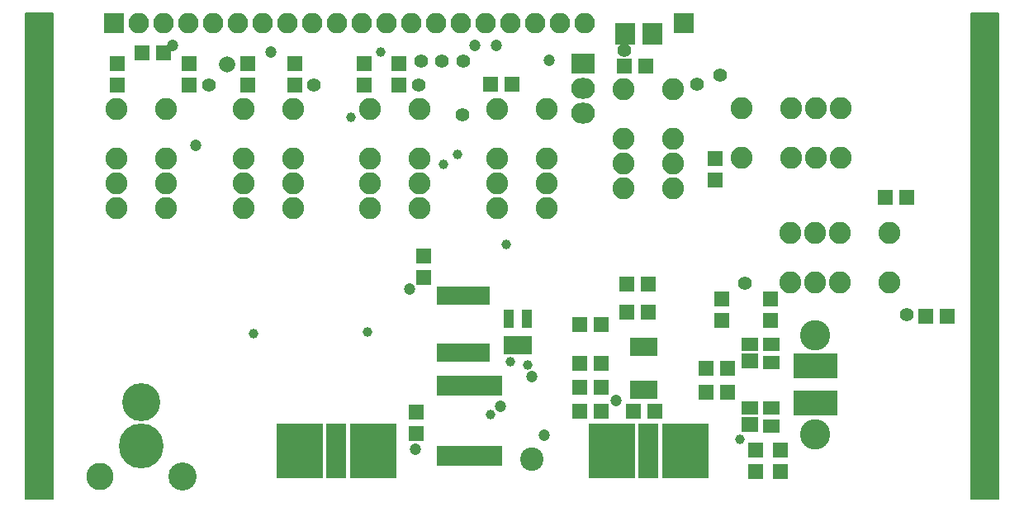
<source format=gbs>
G04 #@! TF.GenerationSoftware,KiCad,Pcbnew,5.0.2-bee76a0~70~ubuntu16.04.1*
G04 #@! TF.CreationDate,2019-02-20T20:44:02-08:00*
G04 #@! TF.ProjectId,n2adr,6e326164-722e-46b6-9963-61645f706362,E5b8*
G04 #@! TF.SameCoordinates,PX3dfd240PY3473bc0*
G04 #@! TF.FileFunction,Soldermask,Bot*
G04 #@! TF.FilePolarity,Negative*
%FSLAX46Y46*%
G04 Gerber Fmt 4.6, Leading zero omitted, Abs format (unit mm)*
G04 Created by KiCad (PCBNEW 5.0.2-bee76a0~70~ubuntu16.04.1) date Wed 20 Feb 2019 08:44:02 PM PST*
%MOMM*%
%LPD*%
G01*
G04 APERTURE LIST*
%ADD10C,2.250000*%
%ADD11R,1.650000X1.600000*%
%ADD12R,1.600000X1.650000*%
%ADD13C,3.100020*%
%ADD14R,2.600000X2.600000*%
%ADD15C,1.400000*%
%ADD16R,0.850000X2.150000*%
%ADD17R,0.850000X1.900000*%
%ADD18R,1.799540X1.598880*%
%ADD19R,1.799540X1.400760*%
%ADD20R,0.850000X1.850000*%
%ADD21R,2.000000X5.600000*%
%ADD22R,4.800000X5.600000*%
%ADD23R,2.432000X2.127200*%
%ADD24O,2.432000X2.127200*%
%ADD25R,2.100000X2.100000*%
%ADD26O,2.100000X2.100000*%
%ADD27C,2.398980*%
%ADD28C,4.600000*%
%ADD29C,3.900000*%
%ADD30C,2.880000*%
%ADD31C,2.800000*%
%ADD32R,1.050000X1.960000*%
%ADD33C,1.670000*%
%ADD34R,2.000000X2.200000*%
%ADD35C,1.000000*%
%ADD36C,1.200000*%
%ADD37C,0.200000*%
G04 APERTURE END LIST*
D10*
G04 #@! TO.C,K3*
X53540000Y-9920000D03*
X53540000Y-15000000D03*
X53540000Y-17540000D03*
X53540000Y-20080000D03*
X48460000Y-20080000D03*
X48460000Y-17540000D03*
X48460000Y-15000000D03*
X48460000Y-9920000D03*
G04 #@! TD*
G04 #@! TO.C,K4*
X40540000Y-9920000D03*
X40540000Y-15000000D03*
X40540000Y-17540000D03*
X40540000Y-20080000D03*
X35460000Y-20080000D03*
X35460000Y-17540000D03*
X35460000Y-15000000D03*
X35460000Y-9920000D03*
G04 #@! TD*
D11*
G04 #@! TO.C,C3*
X38400000Y-5300000D03*
X38400000Y-7500000D03*
G04 #@! TD*
G04 #@! TO.C,C5*
X16900000Y-5300000D03*
X16900000Y-7500000D03*
G04 #@! TD*
G04 #@! TO.C,C6*
X27700000Y-5300000D03*
X27700000Y-7500000D03*
G04 #@! TD*
D12*
G04 #@! TO.C,C11*
X72100000Y-39000000D03*
X69900000Y-39000000D03*
G04 #@! TD*
G04 #@! TO.C,C13*
X72100000Y-36500000D03*
X69900000Y-36500000D03*
G04 #@! TD*
D11*
G04 #@! TO.C,C14*
X40900000Y-25000000D03*
X40900000Y-27200000D03*
G04 #@! TD*
D13*
G04 #@! TO.C,JP1*
X81100000Y-43300000D03*
X81100000Y-33140000D03*
G04 #@! TD*
D14*
G04 #@! TO.C,L3*
X80100000Y-40100000D03*
X82100000Y-36300000D03*
X82100000Y-40100000D03*
X80100000Y-36300000D03*
G04 #@! TD*
D15*
G04 #@! TO.C,P3*
X44900000Y-10500000D03*
G04 #@! TD*
G04 #@! TO.C,P6*
X18900000Y-7500000D03*
G04 #@! TD*
D11*
G04 #@! TO.C,R5*
X75000000Y-47100000D03*
X75000000Y-44900000D03*
G04 #@! TD*
G04 #@! TO.C,R8*
X71500000Y-29400000D03*
X71500000Y-31600000D03*
G04 #@! TD*
G04 #@! TO.C,C27*
X34800000Y-5300000D03*
X34800000Y-7500000D03*
G04 #@! TD*
G04 #@! TO.C,C28*
X22900000Y-5300000D03*
X22900000Y-7500000D03*
G04 #@! TD*
G04 #@! TO.C,C29*
X70800000Y-17200000D03*
X70800000Y-15000000D03*
G04 #@! TD*
D12*
G04 #@! TO.C,C30*
X63700000Y-5500000D03*
X61500000Y-5500000D03*
G04 #@! TD*
G04 #@! TO.C,C31*
X50000000Y-7400000D03*
X47800000Y-7400000D03*
G04 #@! TD*
D16*
G04 #@! TO.C,U1*
X48575000Y-45500000D03*
X47925000Y-45500000D03*
X47275000Y-45500000D03*
X46625000Y-45500000D03*
X45975000Y-45500000D03*
X45325000Y-45500000D03*
X44675000Y-45500000D03*
X44025000Y-45500000D03*
X43375000Y-45500000D03*
X42725000Y-45500000D03*
X42725000Y-38300000D03*
X43375000Y-38300000D03*
X44025000Y-38300000D03*
X44675000Y-38300000D03*
X45325000Y-38300000D03*
X45975000Y-38300000D03*
X46625000Y-38300000D03*
X47275000Y-38300000D03*
X47925000Y-38300000D03*
X48575000Y-38300000D03*
G04 #@! TD*
D17*
G04 #@! TO.C,U2*
X47275000Y-34950000D03*
X46625000Y-34950000D03*
X45975000Y-34950000D03*
X45325000Y-34950000D03*
X44675000Y-34950000D03*
X44025000Y-34950000D03*
X43375000Y-34950000D03*
X42725000Y-34950000D03*
X42725000Y-29050000D03*
X43375000Y-29050000D03*
X44025000Y-29050000D03*
X44675000Y-29050000D03*
X45325000Y-29050000D03*
X45975000Y-29050000D03*
X46625000Y-29050000D03*
X47275000Y-29050000D03*
G04 #@! TD*
D15*
G04 #@! TO.C,P1*
X71300000Y-6500000D03*
G04 #@! TD*
G04 #@! TO.C,P2*
X69000000Y-7400000D03*
G04 #@! TD*
G04 #@! TO.C,P4*
X40400000Y-7500000D03*
G04 #@! TD*
G04 #@! TO.C,P5*
X29700000Y-7500000D03*
G04 #@! TD*
D11*
G04 #@! TO.C,C20*
X9500000Y-5300000D03*
X9500000Y-7500000D03*
G04 #@! TD*
D18*
G04 #@! TO.C,D1*
X74400180Y-42269620D03*
D19*
X74400180Y-40550040D03*
X76599820Y-40550040D03*
X76599820Y-42449960D03*
G04 #@! TD*
D18*
G04 #@! TO.C,D2*
X74400180Y-35769620D03*
D19*
X74400180Y-34050040D03*
X76599820Y-34050040D03*
X76599820Y-35949960D03*
G04 #@! TD*
D11*
G04 #@! TO.C,R4*
X77500000Y-47100000D03*
X77500000Y-44900000D03*
G04 #@! TD*
G04 #@! TO.C,R9*
X76500000Y-31600000D03*
X76500000Y-29400000D03*
G04 #@! TD*
D12*
G04 #@! TO.C,R10*
X61800000Y-27900000D03*
X64000000Y-27900000D03*
G04 #@! TD*
G04 #@! TO.C,R11*
X64000000Y-30800000D03*
X61800000Y-30800000D03*
G04 #@! TD*
G04 #@! TO.C,R12*
X59100000Y-32000000D03*
X56900000Y-32000000D03*
G04 #@! TD*
G04 #@! TO.C,R13*
X56900000Y-36000000D03*
X59100000Y-36000000D03*
G04 #@! TD*
G04 #@! TO.C,R14*
X64600000Y-40900000D03*
X62400000Y-40900000D03*
G04 #@! TD*
G04 #@! TO.C,R15*
X59100000Y-40900000D03*
X56900000Y-40900000D03*
G04 #@! TD*
D20*
G04 #@! TO.C,U3*
X62525000Y-34300000D03*
X63175000Y-34300000D03*
X63825000Y-34300000D03*
X64475000Y-34300000D03*
X64475000Y-38700000D03*
X63825000Y-38700000D03*
X63175000Y-38700000D03*
X62525000Y-38700000D03*
G04 #@! TD*
D12*
G04 #@! TO.C,C45*
X90500000Y-19000000D03*
X88300000Y-19000000D03*
G04 #@! TD*
G04 #@! TO.C,C46*
X94600000Y-31200000D03*
X92400000Y-31200000D03*
G04 #@! TD*
D15*
G04 #@! TO.C,P7*
X90500000Y-31000000D03*
G04 #@! TD*
D21*
G04 #@! TO.C,CN4*
X64000000Y-45000000D03*
D22*
X60200000Y-45000000D03*
X67800000Y-45000000D03*
G04 #@! TD*
D21*
G04 #@! TO.C,CN3*
X32000000Y-45000000D03*
D22*
X28200000Y-45000000D03*
X35800000Y-45000000D03*
G04 #@! TD*
D12*
G04 #@! TO.C,C7*
X56900000Y-38500000D03*
X59100000Y-38500000D03*
G04 #@! TD*
D10*
G04 #@! TO.C,K1*
X73520000Y-9860000D03*
X78600000Y-9860000D03*
X81140000Y-9860000D03*
X83680000Y-9860000D03*
X83680000Y-14940000D03*
X81140000Y-14940000D03*
X78600000Y-14940000D03*
X73520000Y-14940000D03*
G04 #@! TD*
G04 #@! TO.C,K2*
X66540000Y-7920000D03*
X66540000Y-13000000D03*
X66540000Y-15540000D03*
X66540000Y-18080000D03*
X61460000Y-18080000D03*
X61460000Y-15540000D03*
X61460000Y-13000000D03*
X61460000Y-7920000D03*
G04 #@! TD*
G04 #@! TO.C,K5*
X27540000Y-9920000D03*
X27540000Y-15000000D03*
X27540000Y-17540000D03*
X27540000Y-20080000D03*
X22460000Y-20080000D03*
X22460000Y-17540000D03*
X22460000Y-15000000D03*
X22460000Y-9920000D03*
G04 #@! TD*
G04 #@! TO.C,K6*
X14540000Y-9920000D03*
X14540000Y-15000000D03*
X14540000Y-17540000D03*
X14540000Y-20080000D03*
X9460000Y-20080000D03*
X9460000Y-17540000D03*
X9460000Y-15000000D03*
X9460000Y-9920000D03*
G04 #@! TD*
G04 #@! TO.C,K7*
X88680000Y-27740000D03*
X83600000Y-27740000D03*
X81060000Y-27740000D03*
X78520000Y-27740000D03*
X78520000Y-22660000D03*
X81060000Y-22660000D03*
X83600000Y-22660000D03*
X88680000Y-22660000D03*
G04 #@! TD*
D23*
G04 #@! TO.C,CN5*
X57300000Y-5300000D03*
D24*
X57300000Y-7840000D03*
X57300000Y-10380000D03*
G04 #@! TD*
D25*
G04 #@! TO.C,J3*
X67588000Y-1134000D03*
G04 #@! TD*
G04 #@! TO.C,CN2*
X9168000Y-1134000D03*
D26*
X11708000Y-1134000D03*
X14248000Y-1134000D03*
X16788000Y-1134000D03*
X19328000Y-1134000D03*
X21868000Y-1134000D03*
X24408000Y-1134000D03*
X26948000Y-1134000D03*
X29488000Y-1134000D03*
X32028000Y-1134000D03*
X34568000Y-1134000D03*
X37108000Y-1134000D03*
X39648000Y-1134000D03*
X42188000Y-1134000D03*
X44728000Y-1134000D03*
X47268000Y-1134000D03*
X49808000Y-1134000D03*
X52348000Y-1134000D03*
X54888000Y-1134000D03*
X57428000Y-1134000D03*
G04 #@! TD*
D27*
G04 #@! TO.C,P13*
X52000000Y-45800000D03*
G04 #@! TD*
D15*
G04 #@! TO.C,P8*
X42800000Y-5000000D03*
G04 #@! TD*
G04 #@! TO.C,P14*
X40700000Y-5000000D03*
G04 #@! TD*
G04 #@! TO.C,P16*
X45000000Y-5000000D03*
G04 #@! TD*
D28*
G04 #@! TO.C,CN1*
X12000000Y-44500000D03*
D29*
X12000000Y-40000000D03*
D30*
X16250000Y-47650000D03*
D31*
X7750000Y-47650000D03*
G04 #@! TD*
D32*
G04 #@! TO.C,U5*
X51550000Y-34150000D03*
X50600000Y-34150000D03*
X49650000Y-34150000D03*
X49650000Y-31450000D03*
X51550000Y-31450000D03*
G04 #@! TD*
D33*
G04 #@! TO.C,P15*
X20800000Y-5400000D03*
G04 #@! TD*
D12*
G04 #@! TO.C,C12*
X12100000Y-4200000D03*
X14300000Y-4200000D03*
G04 #@! TD*
D34*
G04 #@! TO.C,C15*
X64400000Y-2200000D03*
X61600000Y-2200000D03*
G04 #@! TD*
D11*
G04 #@! TO.C,R16*
X40200000Y-43200000D03*
X40200000Y-41000000D03*
G04 #@! TD*
D35*
X73400000Y-43800000D03*
X49800000Y-35800000D03*
X43000000Y-15600000D03*
X44400000Y-14600000D03*
X33500000Y-10800000D03*
X23500000Y-33000000D03*
X35200000Y-32800000D03*
X49400000Y-23800000D03*
X51600000Y-36200000D03*
X47800000Y-41300000D03*
D15*
X73900000Y-27800000D03*
D36*
X60700000Y-39800000D03*
X53300000Y-43400000D03*
X40100000Y-44800000D03*
X52000000Y-37400000D03*
X39500000Y-28400000D03*
X15200000Y-3400000D03*
D15*
X61500000Y-3900000D03*
D36*
X48800000Y-40400000D03*
D35*
X36500000Y-4100000D03*
D36*
X25300000Y-4100000D03*
X48400000Y-3400000D03*
X46200000Y-3400000D03*
X17600000Y-13700000D03*
X53800000Y-4900000D03*
D37*
G36*
X2900000Y-49900000D02*
X100000Y-49900000D01*
X100000Y-100000D01*
X2900000Y-100000D01*
X2900000Y-49900000D01*
X2900000Y-49900000D01*
G37*
X2900000Y-49900000D02*
X100000Y-49900000D01*
X100000Y-100000D01*
X2900000Y-100000D01*
X2900000Y-49900000D01*
G36*
X99900000Y-49900000D02*
X97100000Y-49900000D01*
X97100000Y-100000D01*
X99900000Y-100000D01*
X99900000Y-49900000D01*
X99900000Y-49900000D01*
G37*
X99900000Y-49900000D02*
X97100000Y-49900000D01*
X97100000Y-100000D01*
X99900000Y-100000D01*
X99900000Y-49900000D01*
M02*

</source>
